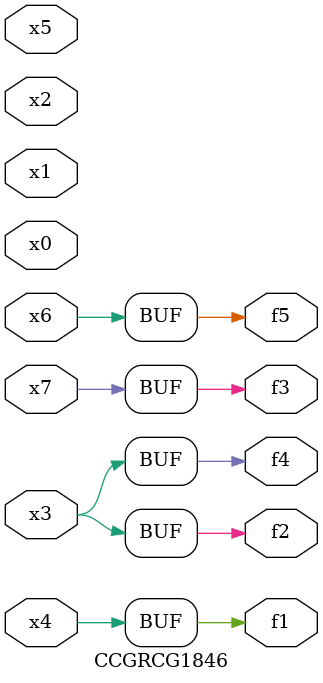
<source format=v>
module CCGRCG1846(
	input x0, x1, x2, x3, x4, x5, x6, x7,
	output f1, f2, f3, f4, f5
);
	assign f1 = x4;
	assign f2 = x3;
	assign f3 = x7;
	assign f4 = x3;
	assign f5 = x6;
endmodule

</source>
